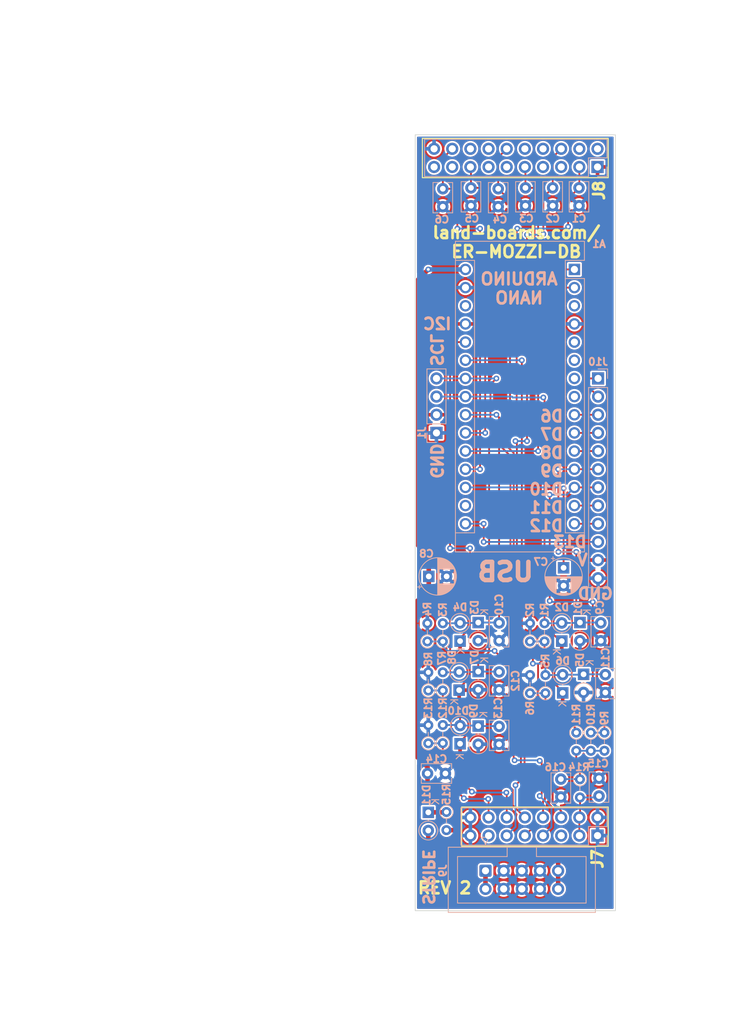
<source format=kicad_pcb>
(kicad_pcb (version 20211014) (generator pcbnew)
  (title_block (title "ER-MOZZI-DB") (date "2022-10-29") (rev "2") (company "LAND BOARDS, LLC") (comment 1 "6 POTS, 6 JACKS"))
  (layers (0 "F.Cu" signal) (31 "B.Cu" signal) (34 "B.Paste" user) (35 "F.Paste" user) (36 "B.SilkS" user "B.Silkscreen") (37 "F.SilkS" user "F.Silkscreen") (38 "B.Mask" user) (39 "F.Mask" user) (44 "Edge.Cuts" user))
  (net 0 "")
  (net 1 "/POT2-2")
  (net 3 "/POT3-2")
  (net 5 "/POT1-2")
  (net 6 "/J1-T")
  (net 7 "/J2-T")
  (net 8 "/J3-T")
  (net 9 "/J4-T")
  (net 10 "GND")
  (net 11 "/ANA3")
  (net 12 "/ANA4")
  (net 13 "/ANA5")
  (net 14 "/J4-R_N")
  (net 15 "/J5-R_N")
  (net 16 "/J6-R_N")
  (net 18 "/J5-T")
  (net 19 "+12V")
  (net 20 "+5V")
  (net 23 "-12V")
  (net 26 "+12P")
  (net 27 "/ANA6")
  (net 28 "/ANA7")
  (net 29 "Net-(A1-Pad18)")
  (net 30 "/D13")
  (net 31 "/D12")
  (net 32 "/D11")
  (net 33 "/D10")
  (net 34 "/D9")
  (net 35 "/D8")
  (net 36 "/D7")
  (net 37 "/D6")
  (net 38 "/D0_RX")
  (net 39 "/D1_TX")
  (net 40 "Net-(C16-Pad1)")
  (net 41 "Net-(D11-Pad1)")
  (net 42 "/POT6-1")
  (net 43 "/POT6-3")
  (net 44 "/POT4-1")
  (net 45 "/POT4-3")
  (net 46 "/POT2-1")
  (net 47 "/POT2-3")
  (net 48 "/POT5-1")
  (net 49 "/POT5-3")
  (net 50 "/POT3-1")
  (net 51 "/POT3-3")
  (net 52 "/POT1-1")
  (net 53 "/POT1-3")
  (net 54 "/POT6-2")
  (net 55 "/POT4-2")
  (net 56 "/POT5-2")
  (footprint "Diode_THT:D_DO-35_SOD27_P2.54mm_Vertical_KathodeUp" (layer "B.Cu") (at 118.999 80.800686 90)
    (fp_text reference "D2")
    (fp_text value "BAT41")
  )
  (footprint "Diode_THT:D_DO-35_SOD27_P2.54mm_Vertical_KathodeUp" (layer "B.Cu") (at 119.126 88.039686 90)
    (fp_text reference "D6")
    (fp_text value "BAT41")
  )
  (footprint "Capacitor_THT:C_Rect_L4.0mm_W2.5mm_P2.50mm" (layer "B.Cu") (at 121.412 17.419 -90)
    (fp_text reference "C1")
    (fp_text value "0.1uF")
  )
  (footprint "Resistor_THT:R_Axial_DIN0204_L3.6mm_D1.6mm_P2.54mm_Vertical" (layer "B.Cu") (at 114.554 80.849 90)
    (fp_text reference "R2")
    (fp_text value "100K")
  )
  (footprint "Capacitor_THT:C_Rect_L4.0mm_W2.5mm_P2.50mm" (layer "B.Cu") (at 110.236 92.72999 -90)
    (fp_text reference "C13")
    (fp_text value "0.1uF")
  )
  (footprint "Capacitor_THT:C_Rect_L4.0mm_W2.5mm_P2.50mm" (layer "B.Cu") (at 100.223 99.314)
    (fp_text reference "C14")
    (fp_text value "0.1uF")
  )
  (footprint "Resistor_THT:R_Axial_DIN0204_L3.6mm_D1.6mm_P2.54mm_Vertical" (layer "B.Cu") (at 123.063 93.599 -90)
    (fp_text reference "R10")
    (fp_text value "1M")
  )
  (footprint "Resistor_THT:R_Axial_DIN0204_L3.6mm_D1.6mm_P2.54mm_Vertical" (layer "B.Cu") (at 102.362 80.849 90)
    (fp_text reference "R3")
    (fp_text value "10K")
  )
  (footprint "Resistor_THT:R_Axial_DIN0204_L3.6mm_D1.6mm_P2.54mm_Vertical" (layer "B.Cu") (at 102.362 87.707 90)
    (fp_text reference "R7")
    (fp_text value "10K")
  )
  (footprint "Capacitor_THT:C_Rect_L4.0mm_W2.5mm_P2.50mm" (layer "B.Cu") (at 110.109 17.546 -90)
    (fp_text reference "C4")
    (fp_text value "0.1uF")
  )
  (footprint "Resistor_THT:R_Axial_DIN0204_L3.6mm_D1.6mm_P2.54mm_Vertical" (layer "B.Cu") (at 102.87 104.698013 -90)
    (fp_text reference "R15")
    (fp_text value "10")
  )
  (footprint "Diode_THT:D_DO-35_SOD27_P2.54mm_Vertical_KathodeUp" (layer "B.Cu") (at 122.047 85.442315 -90)
    (fp_text reference "D5")
    (fp_text value "BAT41")
  )
  (footprint "Resistor_THT:R_Axial_DIN0204_L3.6mm_D1.6mm_P2.54mm_Vertical" (layer "B.Cu") (at 100.33 95.096 90)
    (fp_text reference "R13")
    (fp_text value "100K")
  )
  (footprint "Capacitor_THT:C_Rect_L4.0mm_W2.5mm_P2.50mm" (layer "B.Cu") (at 113.919 17.419 -90)
    (fp_text reference "C3")
    (fp_text value "0.1uF")
  )
  (footprint "Module:Arduino_Nano" (layer "B.Cu") (at 120.766992 28.829 180)
    (fp_text reference "A1")
    (fp_text value "Arduino_Nano_v3.x")
  )
  (footprint "Resistor_THT:R_Axial_DIN0204_L3.6mm_D1.6mm_P2.54mm_Vertical" (layer "B.Cu") (at 100.203 80.849 90)
    (fp_text reference "R4")
    (fp_text value "100K")
  )
  (footprint "Diode_THT:D_DO-35_SOD27_P2.54mm_Vertical_KathodeUp" (layer "B.Cu") (at 107.315 92.681315 -90)
    (fp_text reference "D9")
    (fp_text value "BAT41")
  )
  (footprint "Resistor_THT:R_Axial_DIN0204_L3.6mm_D1.6mm_P2.54mm_Vertical" (layer "B.Cu") (at 121.539 100.126 -90)
    (fp_text reference "R14")
    (fp_text value "3.9K")
  )
  (footprint "Capacitor_THT:C_Rect_L4.0mm_W2.5mm_P2.50mm" (layer "B.Cu") (at 124.206 102.46901 90)
    (fp_text reference "C15")
    (fp_text value "10nF")
  )
  (footprint "Capacitor_THT:C_Rect_L4.0mm_W2.5mm_P2.50mm" (layer "B.Cu") (at 110.236 78.252 -90)
    (fp_text reference "C10")
    (fp_text value "0.1uF")
  )
  (footprint "Diode_THT:D_DO-35_SOD27_P2.54mm_Vertical_KathodeUp" (layer "B.Cu") (at 107.315 85.061315 -90)
    (fp_text reference "D7")
    (fp_text value "BAT41")
  )
  (footprint "Resistor_THT:R_Axial_DIN0204_L3.6mm_D1.6mm_P2.54mm_Vertical" (layer "B.Cu") (at 114.554 88.088 90)
    (fp_text reference "R6")
    (fp_text value "100K")
  )
  (footprint "Connector_PinHeader_2.54mm:PinHeader_1x04_P2.54mm_Vertical" (layer "B.Cu") (at 101.473 51.689)
    (fp_text reference "J1")
    (fp_text value "Conn_01x04")
  )
  (footprint "Capacitor_THT:C_Rect_L4.0mm_W2.5mm_P2.50mm" (layer "B.Cu") (at 125.095 85.491 -90)
    (fp_text reference "C11")
    (fp_text value "0.1uF")
  )
  (footprint "Resistor_THT:R_Axial_DIN0204_L3.6mm_D1.6mm_P2.54mm_Vertical" (layer "B.Cu") (at 102.362 95.073 90)
    (fp_text reference "R12")
    (fp_text value "10K")
  )
  (footprint "Diode_THT:D_DO-35_SOD27_P2.54mm_Vertical_KathodeUp" (layer "B.Cu") (at 121.539 78.203315 -90)
    (fp_text reference "D1")
    (fp_text value "BAT41")
  )
  (footprint "Capacitor_THT:C_Rect_L4.0mm_W2.5mm_P2.50mm" (layer "B.Cu") (at 110.236 85.11 -90)
    (fp_text reference "C12")
    (fp_text value "0.1uF")
  )
  (footprint "Capacitor_THT:CP_Radial_D5.0mm_P2.50mm" (layer "B.Cu") (at 119.253 70.549888 -90)
    (fp_text reference "C7")
    (fp_text value "10uF")
  )
  (footprint "Resistor_THT:R_Axial_DIN0204_L3.6mm_D1.6mm_P2.54mm_Vertical" (layer "B.Cu") (at 100.33 87.707 90)
    (fp_text reference "R8")
    (fp_text value "100K")
  )
  (footprint "Connector_IDC:IDC-Header_2x05_P2.54mm_Vertical" (layer "B.Cu") (at 108.331 112.9125 -90)
    (fp_text reference "J9")
    (fp_text value "CONN, IDC, 2X5")
  )
  (footprint "Diode_THT:D_DO-35_SOD27_P2.54mm_Vertical_KathodeUp" (layer "B.Cu") (at 100.33 104.746315 -90)
    (fp_text reference "D11")
    (fp_text value "BAT41")
  )
  (footprint "Diode_THT:D_DO-35_SOD27_P2.54mm_Vertical_KathodeUp" (layer "B.Cu") (at 104.775 95.151686 90)
    (fp_text reference "D10")
    (fp_text value "BAT41")
  )
  (footprint "Capacitor_THT:C_Rect_L4.0mm_W2.5mm_P2.50mm" (layer "B.Cu") (at 118.872 100.096 -90)
    (fp_text reference "C16")
    (fp_text value "4.7nF")
  )
  (footprint "Capacitor_THT:C_Rect_L4.0mm_W2.5mm_P2.50mm" (layer "B.Cu") (at 117.729 17.419 -90)
    (fp_text reference "C2")
    (fp_text value "0.1uF")
  )
  (footprint "Connector_PinHeader_2.54mm:PinHeader_1x12_P2.54mm_Vertical" (layer "B.Cu") (at 124.079 44.069 180)
    (fp_text reference "J10")
    (fp_text value "Conn_01x12")
  )
  (footprint "Capacitor_THT:C_Rect_L4.0mm_W2.5mm_P2.50mm" (layer "B.Cu") (at 102.362 17.546 -90)
    (fp_text reference "C6")
    (fp_text value "0.1uF")
  )
  (footprint "Capacitor_THT:C_Rect_L4.0mm_W2.5mm_P2.50mm" (layer "B.Cu") (at 106.299 17.419 -90)
    (fp_text reference "C5")
    (fp_text value "0.1uF")
  )
  (footprint "Capacitor_THT:CP_Radial_D5.0mm_P2.50mm" (layer "B.Cu") (at 100.394888 71.755)
    (fp_text reference "C8")
    (fp_text value "47uF")
  )
  (footprint "Resistor_THT:R_Axial_DIN0204_L3.6mm_D1.6mm_P2.54mm_Vertical" (layer "B.Cu") (at 116.713 88.088 90)
    (fp_text reference "R5")
    (fp_text value "10K")
  )
  (footprint "Diode_THT:D_DO-35_SOD27_P2.54mm_Vertical_KathodeUp" (layer "B.Cu") (at 104.775 80.800686 90)
    (fp_text reference "D4")
    (fp_text value "BAT41")
  )
  (footprint "Diode_THT:D_DO-35_SOD27_P2.54mm_Vertical_KathodeUp" (layer "B.Cu") (at 104.648 87.658686 90)
    (fp_text reference "D8")
    (fp_text value "BAT41")
  )
  (footprint "Connector_PinHeader_2.54mm:PinHeader_2x10_P2.54mm_Vertical" (layer "B.Cu") (at 124.000006 14.499999 90)
    (fp_text reference "J8")
    (fp_text value "PROTO01_POTS")
  )
  (footprint "Connector_PinHeader_2.54mm:PinHeader_2x08_P2.54mm_Vertical" (layer "B.Cu") (at 124.000006 108.000013 90)
    (fp_text reference "J7")
    (fp_text value "PROTO02_JACKS")
  )
  (footprint "Diode_THT:D_DO-35_SOD27_P2.54mm_Vertical_KathodeUp" (layer "B.Cu") (at 107.315 78.203315 -90)
    (fp_text reference "D3")
    (fp_text value "BAT41")
  )
  (footprint "Resistor_THT:R_Axial_DIN0204_L3.6mm_D1.6mm_P2.54mm_Vertical" (layer "B.Cu") (at 116.586 80.849 90)
    (fp_text reference "R1")
    (fp_text value "10K")
  )
  (footprint "Resistor_THT:R_Axial_DIN0204_L3.6mm_D1.6mm_P2.54mm_Vertical" (layer "B.Cu") (at 124.968 93.599 -90)
    (fp_text reference "R9")
    (fp_text value "1M")
  )
  (footprint "Capacitor_THT:C_Rect_L4.0mm_W2.5mm_P2.50mm" (layer "B.Cu") (at 124.46 78.252 -90)
    (fp_text reference "C9")
    (fp_text value "0.1uF")
  )
  (footprint "Resistor_THT:R_Axial_DIN0204_L3.6mm_D1.6mm_P2.54mm_Vertical" (layer "B.Cu") (at 121.031 93.599 -90)
    (fp_text reference "R11")
    (fp_text value "3.9K")
  )
  (gr_rect (start 105 104) (end 125.5 109.5) (layer "F.SilkS") (width 0.15) (fill none))
  (gr_rect (start 99.5 10.5) (end 125.5 16) (layer "F.SilkS") (width 0.15) (fill none))
  (gr_rect (start 98.5 10) (end 126.5 118.5) (layer "Edge.Cuts") (width 0.1) (fill none))
  (gr_text "D6\nD7\nD8\nD9\nD10\nD11\nD12" (at 119.38 57.023) (layer "B.SilkS") (effects (font (size 1.5875 1.5875) (thickness 0.381)) (justify left mirror)))
  (gr_text "STRIPE" (at 100.33 113.792 270) (layer "B.SilkS") (effects (font (size 1.5 1.5) (thickness 0.375)) (justify mirror)))
  (gr_text "ARDUINO\nNANO" (at 113.03 31.496) (layer "B.SilkS") (effects (font (size 1.651 1.651) (thickness 0.381)) (justify mirror)))
  (gr_text "GND" (at 126.365 74.168) (layer "B.SilkS") (effects (font (size 1.5875 1.5875) (thickness 0.381)) (justify left mirror)))
  (gr_text "D13" (at 122.682 66.929) (layer "B.SilkS") (effects (font (size 1.5875 1.5875) (thickness 0.381)) (justify left mirror)))
  (gr_text "GND" (at 101.473 58.293 270) (layer "B.SilkS") (effects (font (size 1.5875 1.5875) (thickness 0.381)) (justify left mirror)))
  (gr_text "USB" (at 111.125 71.12) (layer "B.SilkS") (effects (font (size 2.54 2.54) (thickness 0.635)) (justify mirror)))
  (gr_text "SCL" (at 101.473 42.545 270) (layer "B.SilkS") (effects (font (size 1.5875 1.5875) (thickness 0.381)) (justify left mirror)))
  (gr_text "I2C" (at 103.759 36.449) (layer "B.SilkS") (effects (font (size 1.5875 1.5875) (thickness 0.381)) (justify left mirror)))
  (gr_text "V" (at 122.809 69.469) (layer "B.SilkS") (effects (font (size 1.5875 1.5875) (thickness 0.381)) (justify left mirror)))
  (gr_text "REV 2" (at 102.616 115.316) (layer "F.SilkS") (effects (font (size 1.651 1.651) (thickness 0.381))))
  (gr_text "land-boards.com/\nER-MOZZI-DB" (at 112.649 25.019) (layer "F.SilkS") (effects (font (size 1.651 1.651) (thickness 0.381))))
  (segment (start 115.697 17.907) (end 115.697 54.229) (width 0.254) (layer "F.Cu") (net 1))
  (segment (start 115.209 17.419) (end 115.697 17.907) (width 0.254) (layer "F.Cu") (net 1))
  (segment (start 113.919 17.419) (end 113.919 14.578993) (width 0.254) (layer "F.Cu") (net 1))
  (segment (start 113.919 17.419) (end 115.209 17.419) (width 0.254) (layer "F.Cu") (net 1))
  (via (at 115.697 54.229) (size 0.8) (drill 0.4) (layers "F.Cu" "B.Cu") (net 1))
  (segment (start 105.526992 54.229) (end 115.697 54.229) (width 0.254) (layer "B.Cu") (net 1))
  (segment (start 107.716 17.419) (end 108.295511 17.998511) (width 0.254) (layer "F.Cu") (net 3))
  (segment (start 106.299 17.419) (end 107.716 17.419) (width 0.254) (layer "F.Cu") (net 3))
  (segment (start 108.295511 17.998511) (end 108.295511 51.688989) (width 0.254) (layer "F.Cu") (net 3))
  (segment (start 108.295511 51.688989) (end 108.2955 51.689) (width 0.254) (layer "F.Cu") (net 3))
  (segment (start 106.299 17.419) (end 106.299 14.578993) (width 0.254) (layer "F.Cu") (net 3))
  (via (at 108.2955 51.689) (size 0.8) (drill 0.4) (layers "F.Cu" "B.Cu") (net 3))
  (segment (start 108.2955 51.689) (end 105.526992 51.689) (width 0.254) (layer "B.Cu") (net 3))
  (segment (start 102.362 17.546) (end 102.362 13.278005) (width 0.254) (layer "F.Cu") (net 5))
  (segment (start 103.906 17.546) (end 104.394 18.034) (width 0.254) (layer "F.Cu") (net 5))
  (segment (start 102.362 17.546) (end 103.906 17.546) (width 0.254) (layer "F.Cu") (net 5))
  (segment (start 104.394 18.034) (end 104.394 23.114) (width 0.254) (layer "F.Cu") (net 5))
  (segment (start 102.362 13.278005) (end 103.680006 11.959999) (width 0.254) (layer "F.Cu") (net 5))
  (segment (start 107.569 23.114) (end 107.569 56.769) (width 0.254) (layer "F.Cu") (net 5))
  (via (at 107.569 56.769) (size 0.8) (drill 0.4) (layers "F.Cu" "B.Cu") (net 5))
  (via (at 104.394 23.114) (size 0.8) (drill 0.4) (layers "F.Cu" "B.Cu") (net 5))
  (via (at 107.569 23.114) (size 0.8) (drill 0.4) (layers "F.Cu" "B.Cu") (net 5))
  (segment (start 104.394 23.114) (end 107.569 23.114) (width 0.254) (layer "B.Cu") (net 5))
  (segment (start 107.569 56.769) (end 105.526992 56.769) (width 0.254) (layer "B.Cu") (net 5))
  (segment (start 111.633 101.092) (end 112.141 101.6) (width 0.254) (layer "F.Cu") (net 6))
  (segment (start 112.141 101.6) (end 112.141 103.761007) (width 0.254) (layer "F.Cu") (net 6))
  (segment (start 109.601 82.169) (end 111.76 84.328) (width 0.254) (layer "F.Cu") (net 6))
  (segment (start 111.633 96.901) (end 111.633 101.092) (width 0.254) (layer "F.Cu") (net 6))
  (segment (start 111.76 84.328) (end 111.76 96.774) (width 0.254) (layer "F.Cu") (net 6))
  (segment (start 112.141 103.761007) (end 113.840006 105.460013) (width 0.254) (layer "F.Cu") (net 6))
  (segment (start 111.76 96.774) (end 111.633 96.901) (width 0.254) (layer "F.Cu") (net 6))
  (via (at 109.601 82.169) (size 0.8) (drill 0.4) (layers "F.Cu" "B.Cu") (net 6))
  (segment (start 102.362 81.534) (end 102.997 82.169) (width 0.254) (layer "B.Cu") (net 6))
  (segment (start 109.601 82.169) (end 102.997 82.169) (width 0.254) (layer "B.Cu") (net 6))
  (segment (start 100.203 80.849) (end 102.362 80.849) (width 0.254) (layer "B.Cu") (net 6))
  (segment (start 102.362 80.849) (end 102.362 81.534) (width 0.254) (layer "B.Cu") (net 6))
  (segment (start 116.380006 103.202994) (end 116.64048 102.94252) (width 0.254) (layer "F.Cu") (net 7))
  (segment (start 115.686489 93.080489) (end 115.686489 84.063489) (width 0.254) (layer "F.Cu") (net 7))
  (segment (start 116.64048 102.94252) (end 116.64048 94.03448) (width 0.254) (layer "F.Cu") (net 7))
  (segment (start 116.64048 94.03448) (end 115.686489 93.080489) (width 0.254) (layer "F.Cu") (net 7))
  (segment (start 116.586 80.849) (end 116.586 83.185) (width 0.254) (layer "F.Cu") (net 7))
  (segment (start 116.380006 105.460013) (end 116.380006 103.202994) (width 0.254) (layer "F.Cu") (net 7))
  (segment (start 116.586 83.185) (end 115.707511 84.063489) (width 0.254) (layer "F.Cu") (net 7))
  (segment (start 115.707511 84.063489) (end 115.686489 84.063489) (width 0.254) (layer "F.Cu") (net 7))
  (segment (start 114.554 80.849) (end 116.586 80.849) (width 0.254) (layer "B.Cu") (net 7))
  (segment (start 111.300006 102.029006) (end 111.252 101.981) (width 0.254) (layer "F.Cu") (net 8))
  (segment (start 111.300006 105.460013) (end 111.300006 102.029006) (width 0.254) (layer "F.Cu") (net 8))
  (segment (start 104.968687 100.396687) (end 104.968687 98.231313) (width 0.254) (layer "F.Cu") (net 8))
  (segment (start 106.426 101.854) (end 104.968687 100.396687) (width 0.254) (layer "F.Cu") (net 8))
  (segment (start 103.505 96.767626) (end 103.505 90.297) (width 0.254) (layer "F.Cu") (net 8))
  (segment (start 102.362 89.154) (end 102.362 87.707) (width 0.254) (layer "F.Cu") (net 8))
  (segment (start 103.505 90.297) (end 102.362 89.154) (width 0.254) (layer "F.Cu") (net 8))
  (segment (start 104.968687 98.231313) (end 103.505 96.767626) (width 0.254) (layer "F.Cu") (net 8))
  (via (at 111.252 101.981) (size 0.8) (drill 0.4) (layers "F.Cu" "B.Cu") (net 8))
  (via (at 106.426 101.854) (size 0.8) (drill 0.4) (layers "F.Cu" "B.Cu") (net 8))
  (segment (start 106.553 101.981) (end 106.426 101.854) (width 0.254) (layer "B.Cu") (net 8))
  (segment (start 111.252 101.981) (end 106.553 101.981) (width 0.254) (layer "B.Cu") (net 8))
  (segment (start 100.33 87.707) (end 102.362 87.707) (width 0.254) (layer "B.Cu") (net 8))
  (segment (start 118.920006 105.460013) (end 118.920006 104.569006) (width 0.254) (layer "F.Cu") (net 9))
  (segment (start 118.920006 104.569006) (end 117.729 103.378) (width 0.254) (layer "F.Cu") (net 9))
  (segment (start 117.729 92.456) (end 117.729 103.378) (width 0.254) (layer "F.Cu") (net 9))
  (segment (start 116.713 88.088) (end 116.713 91.44) (width 0.254) (layer "F.Cu") (net 9))
  (segment (start 116.713 91.44) (end 117.729 92.456) (width 0.254) (layer "F.Cu") (net 9))
  (segment (start 114.554 88.088) (end 116.713 88.088) (width 0.254) (layer "B.Cu") (net 9))
  (segment (start 110.236 49.53) (end 109.855 49.149) (width 0.254) (layer "F.Cu") (net 11))
  (segment (start 110.236 78.252) (end 110.236 49.53) (width 0.254) (layer "F.Cu") (net 11))
  (via (at 109.855 49.149) (size 0.8) (drill 0.4) (layers "F.Cu" "B.Cu") (net 11))
  (segment (start 104.775 78.260686) (end 107.257629 78.260686) (width 0.254) (layer "B.Cu") (net 11))
  (segment (start 105.526992 49.149) (end 109.855 49.149) (width 0.254) (layer "B.Cu") (net 11))
  (segment (start 107.315 78.203315) (end 110.187315 78.203315) (width 0.254) (layer "B.Cu") (net 11))
  (segment (start 102.362 78.309) (end 104.726686 78.309) (width 0.254) (layer "B.Cu") (net 11))
  (segment (start 116.5505 46.609) (end 116.4235 46.736) (width 0.254) (layer "F.Cu") (net 12))
  (segment (start 116.586 78.309) (end 116.586 46.609) (width 0.254) (layer "F.Cu") (net 12))
  (segment (start 116.586 46.609) (end 116.5505 46.609) (width 0.254) (layer "F.Cu") (net 12))
  (via (at 116.4235 46.736) (size 0.8) (drill 0.4) (layers "F.Cu" "B.Cu") (net 12))
  (segment (start 118.999 78.260686) (end 121.481629 78.260686) (width 0.254) (layer "B.Cu") (net 12))
  (segment (start 121.539 78.203315) (end 124.411315 78.203315) (width 0.254) (layer "B.Cu") (net 12))
  (segment (start 101.473 46.609) (end 105.526992 46.609) (width 0.254) (layer "B.Cu") (net 12))
  (segment (start 112.141 46.736) (end 116.4235 46.736) (width 0.254) (layer "B.Cu") (net 12))
  (segment (start 116.586 78.309) (end 118.950686 78.309) (width 0.254) (layer "B.Cu") (net 12))
  (segment (start 112.014 46.609) (end 105.526992 46.609) (width 0.254) (layer "B.Cu") (net 12))
  (segment (start 112.014 46.609) (end 112.141 46.736) (width 0.254) (layer "B.Cu") (net 12))
  (segment (start 109.022011 53.537989) (end 109.022011 44.901989) (width 0.254) (layer "F.Cu") (net 13))
  (segment (start 108.839 53.721) (end 109.022011 53.537989) (width 0.254) (layer "F.Cu") (net 13))
  (segment (start 108.839 82.296) (end 108.839 53.721) (width 0.254) (layer "F.Cu") (net 13))
  (segment (start 109.022011 44.901989) (end 109.855 44.069) (width 0.254) (layer "F.Cu") (net 13))
  (segment (start 107.315 85.061315) (end 107.315 83.82) (width 0.254) (layer "F.Cu") (net 13))
  (segment (start 107.315 83.82) (end 108.839 82.296) (width 0.254) (layer "F.Cu") (net 13))
  (via (at 109.855 44.069) (size 0.8) (drill 0.4) (layers "F.Cu" "B.Cu") (net 13))
  (segment (start 104.648 85.118686) (end 107.257629 85.118686) (width 0.254) (layer "B.Cu") (net 13))
  (segment (start 107.315 85.061315) (end 110.187315 85.061315) (width 0.254) (layer "B.Cu") (net 13))
  (segment (start 101.473 44.069) (end 105.526992 44.069) (width 0.254) (layer "B.Cu") (net 13))
  (segment (start 102.362 85.167) (end 104.599686 85.167) (width 0.254) (layer "B.Cu") (net 13))
  (segment (start 105.526992 44.069) (end 109.855 44.069) (width 0.254) (layer "B.Cu") (net 13))
  (segment (start 121.559 102.489) (end 121.559 105.361) (width 0.254) (layer "F.Cu") (net 16))
  (segment (start 121.46 105.46) (end 121.46 108) (width 0.254) (layer "F.Cu") (net 16))
  (segment (start 121.539 102.666) (end 124.00901 102.666) (width 0.254) (layer "B.Cu") (net 16))
  (segment (start 102.362 96.266) (end 102.362 95.073) (width 0.254) (layer "F.Cu") (net 18))
  (segment (start 108.760006 105.460013) (end 108.760006 102.918006) (width 0.254) (layer "F.Cu") (net 18))
  (segment (start 104.14 98.044) (end 102.362 96.266) (width 0.254) (layer "F.Cu") (net 18))
  (segment (start 104.14 101.611885) (end 104.14 98.044) (width 0.254) (layer "F.Cu") (net 18))
  (segment (start 105.307322 102.779207) (end 104.14 101.611885) (width 0.254) (layer "F.Cu") (net 18))
  (segment (start 108.760006 102.918006) (end 108.712 102.87) (width 0.254) (layer "F.Cu") (net 18))
  (via (at 105.307322 102.779207) (size 0.8) (drill 0.4) (layers "F.Cu" "B.Cu") (net 18))
  (via (at 108.712 102.87) (size 0.8) (drill 0.4) (layers "F.Cu" "B.Cu") (net 18))
  (segment (start 108.712 102.87) (end 105.398115 102.87) (width 0.254) (layer "B.Cu") (net 18))
  (segment (start 100.33 95.096) (end 102.339 95.096) (width 0.254) (layer "B.Cu") (net 18))
  (segment (start 105.398115 102.87) (end 105.307322 102.779207) (width 0.254) (layer "B.Cu") (net 18))
  (segment (start 117.602 110.744) (end 101.219 110.744) (width 0.635) (layer "F.Cu") (net 19))
  (segment (start 118.491 111.633) (end 117.602 110.744) (width 0.635) (layer "F.Cu") (net 19))
  (segment (start 118.491 112.9125) (end 118.491 111.633) (width 0.635) (layer "F.Cu") (net 19))
  (segment (start 101.219 110.744) (end 100.33 109.855) (width 0.635) (layer "F.Cu") (net 19))
  (segment (start 100.33 109.855) (end 100.33 107.286315) (width 0.635) (layer "F.Cu") (net 19))
  (segment (start 118.491 112.9125) (end 118.491 115.4525) (width 0.635) (layer "F.Cu") (net 19))
  (segment (start 104.648 87.658686) (end 104.648 87.376) (width 0.25) (layer "F.Cu") (net 20))
  (segment (start 118.773686 80.800686) (end 117.602 79.629) (width 0.25) (layer "F.Cu") (net 20))
  (segment (start 104.775 94.869) (end 105.918 93.726) (width 0.25) (layer "F.Cu") (net 20))
  (segment (start 119.126 88.039686) (end 119.126 87.884) (width 0.25) (layer "F.Cu") (net 20))
  (segment (start 104.648 87.376) (end 105.918 86.106) (width 0.25) (layer "F.Cu") (net 20))
  (segment (start 104.775 80.391) (end 105.918 79.248) (width 0.25) (layer "F.Cu") (net 20))
  (segment (start 104.775 95.151686) (end 104.775 94.869) (width 0.25) (layer "F.Cu") (net 20))
  (segment (start 119.126 87.884) (end 117.856 86.614) (width 0.25) (layer "F.Cu") (net 20))
  (segment (start 118.999 80.800686) (end 118.773686 80.800686) (width 0.25) (layer "F.Cu") (net 20))
  (segment (start 108.331 112.9125) (end 108.331 115.4525) (width 0.635) (layer "F.Cu") (net 23))
  (segment (start 103.632 102.362) (end 101.092 102.362) (width 0.635) (layer "F.Cu") (net 26))
  (segment (start 99.95748 98.17948) (end 98.81752 97.03952) (width 0.635) (layer "F.Cu") (net 26))
  (segment (start 98.81752 97.03952) (end 98.81752 75.17248) (width 0.635) (layer "F.Cu") (net 26))
  (segment (start 104.521 106.807) (end 104.521 103.251) (width 0.635) (layer "F.Cu") (net 26))
  (segment (start 104.521 103.251) (end 103.632 102.362) (width 0.635) (layer "F.Cu") (net 26))
  (segment (start 101.092 102.362) (end 100.223 101.493) (width 0.635) (layer "F.Cu") (net 26))
  (segment (start 98.81752 75.17248) (end 100.394888 73.595112) (width 0.635) (layer "F.Cu") (net 26))
  (segment (start 100.394888 71.755) (end 100.394888 73.595112) (width 0.635) (layer "F.Cu") (net 26))
  (segment (start 104.09 107.238) (end 104.521 106.807) (width 0.635) (layer "F.Cu") (net 26))
  (segment (start 98.933 30.226) (end 98.933 67.437) (width 0.635) (layer "F.Cu") (net 26))
  (segment (start 98.933 67.437) (end 100.394888 68.898888) (width 0.635) (layer "F.Cu") (net 26))
  (segment (start 100.394888 68.898888) (end 100.394888 71.755) (width 0.635) (layer "F.Cu") (net 26))
  (segment (start 100.223 99.314) (end 100.223 98.17948) (width 0.635) (layer "F.Cu") (net 26))
  (segment (start 100.223 98.17948) (end 99.95748 98.17948) (width 0.635) (layer "F.Cu") (net 26))
  (segment (start 100.33 28.829) (end 98.933 30.226) (width 0.635) (layer "F.Cu") (net 26))
  (segment (start 100.223 101.493) (end 100.223 99.314) (width 0.635) (layer "F.Cu") (net 26))
  (segment (start 102.87 107.238) (end 104.09 107.238) (width 0.635) (layer "F.Cu") (net 26))
  (via (at 100.33 28.829) (size 0.8) (drill 0.4) (layers "F.Cu" "B.Cu") (net 26))
  (segment (start 100.33 28.829) (end 105.527 28.829) (width 0.635) (layer "B.Cu") (net 26))
  (segment (start 114.959989 83.947) (end 114.959989 82.447989) (width 0.254) (layer "F.Cu") (net 27))
  (segment (start 114.959989 82.447989) (end 114.681 82.169) (width 0.254) (layer "F.Cu") (net 27))
  (segment (start 114.681 82.169) (end 113.792 82.169) (width 0.254) (layer "F.Cu") (net 27))
  (segment (start 113.411 81.788) (end 113.792 82.169) (width 0.254) (layer "F.Cu") (net 27))
  (segment (start 113.411 41.529) (end 113.411 81.788) (width 0.254) (layer "F.Cu") (net 27))
  (via (at 113.411 41.529) (size 0.8) (drill 0.4) (layers "F.Cu" "B.Cu") (net 27))
  (via (at 114.959989 83.947) (size 0.8) (drill 0.4) (layers "F.Cu" "B.Cu") (net 27))
  (segment (start 122.047 85.442315) (end 125.046315 85.442315) (width 0.254) (layer "B.Cu") (net 27))
  (segment (start 113.411 41.529) (end 105.526992 41.529) (width 0.254) (layer "B.Cu") (net 27))
  (segment (start 116.713 85.548) (end 116.713 84.201) (width 0.254) (layer "B.Cu") (net 27))
  (segment (start 116.459 83.947) (end 114.959989 83.947) (width 0.254) (layer "B.Cu") (net 27))
  (segment (start 119.126 85.499686) (end 121.989629 85.499686) (width 0.254) (layer "B.Cu") (net 27))
  (segment (start 116.713 85.548) (end 119.077686 85.548) (width 0.254) (layer "B.Cu") (net 27))
  (segment (start 116.713 84.201) (end 116.459 83.947) (width 0.254) (layer "B.Cu") (net 27))
  (segment (start 103.886 38.989) (end 103.378 39.497) (width 0.254) (layer "F.Cu") (net 28))
  (segment (start 103.378 46.99) (end 103.886 47.498) (width 0.254) (layer "F.Cu") (net 28))
  (segment (start 103.388511 76.951489) (end 106.172 74.168) (width 0.254) (layer "F.Cu") (net 28))
  (segment (start 103.378 39.497) (end 103.378 46.99) (width 0.254) (layer "F.Cu") (net 28))
  (segment (start 104.775 90.043) (end 103.388511 88.656511) (width 0.254) (layer "F.Cu") (net 28))
  (segment (start 104.775 92.611686) (end 104.775 90.043) (width 0.254) (layer "F.Cu") (net 28))
  (segment (start 103.886 51.562) (end 103.378 52.07) (width 0.254) (layer "F.Cu") (net 28))
  (segment (start 106.172 74.168) (end 106.172 67.818) (width 0.254) (layer "F.Cu") (net 28))
  (segment (start 103.388511 88.656511) (end 103.388511 76.951489) (width 0.254) (layer "F.Cu") (net 28))
  (segment (start 103.378 52.07) (end 103.378 67.818) (width 0.254) (layer "F.Cu") (net 28))
  (segment (start 105.526992 38.989) (end 103.886 38.989) (width 0.254) (layer "F.Cu") (net 28))
  (segment (start 103.886 47.498) (end 103.886 51.562) (width 0.254) (layer "F.Cu") (net 28))
  (via (at 103.378 67.818) (size 0.8) (drill 0.4) (layers "F.Cu" "B.Cu") (net 28))
  (via (at 106.172 67.818) (size 0.8) (drill 0.4) (layers "F.Cu" "B.Cu") (net 28))
  (segment (start 104.775 92.611686) (end 107.245371 92.611686) (width 0.254) (layer "B.Cu") (net 28))
  (segment (start 106.172 67.818) (end 103.378 67.818) (width 0.254) (layer "B.Cu") (net 28))
  (segment (start 107.315 92.681315) (end 110.187315 92.681315) (width 0.254) (layer "B.Cu") (net 28))
  (segment (start 102.362 92.533) (end 104.696314 92.533) (width 0.254) (layer "B.Cu") (net 28))
  (segment (start 119.253 70.549888) (end 119.253 59.436) (width 0.254) (layer "F.Cu") (net 29))
  (via (at 119.253 59.436) (size 0.8) (drill 0.4) (layers "F.Cu" "B.Cu") (net 29))
  (segment (start 119.253 59.436) (end 119.126 59.309) (width 0.254) (layer "B.Cu") (net 29))
  (segment (start 119.126 59.309) (end 105.526992 59.309) (width 0.254) (layer "B.Cu") (net 29))
  (segment (start 108.077 66.929) (end 108.077 64.389) (width 0.25) (layer "F.Cu") (net 30))
  (via (at 108.077 64.389) (size 0.8) (drill 0.4) (layers "F.Cu" "B.Cu") (net 30))
  (via (at 108.077 66.929) (size 0.8) (drill 0.4) (layers "F.Cu" "B.Cu") (net 30))
  (segment (start 105.527 64.389) (end 108.077 64.389) (width 0.25) (layer "B.Cu") (net 30))
  (segment (start 124.079 66.929) (end 108.077 66.929) (width 0.25) (layer "B.Cu") (net 30))
  (segment (start 120.767 64.389) (end 124.079 64.389) (width 0.25) (layer "F.Cu") (net 31))
  (segment (start 120.767 61.849) (end 124.079 61.849) (width 0.25) (layer "F.Cu") (net 32))
  (segment (start 120.766992 59.309) (end 124.079 59.309) (width 0.254) (layer "F.Cu") (net 33))
  (segment (start 123.698 90.551) (end 123.698 87.63) (width 0.254) (layer "F.Cu") (net 33))
  (segment (start 123.333489 87.265489) (end 123.333489 75.327489) (width 0.254) (layer "F.Cu") (net 33))
  (segment (start 124.968 91.821) (end 123.698 90.551) (width 0.254) (layer "F.Cu") (net 33))
  (segment (start 123.698 87.63) (end 123.333489 87.265489) (width 0.254) (layer "F.Cu") (net 33))
  (segment (start 117.3125 75.184) (end 117.3125 60.325) (width 0.254) (layer "F.Cu") (net 33))
  (segment (start 124.968 93.599) (end 124.968 91.821) (width 0.254) (layer "F.Cu") (net 33))
  (via (at 123.333489 75.327489) (size 0.8) (drill 0.4) (layers "F.Cu" "B.Cu") (net 33))
  (via (at 117.3125 75.184) (size 0.8) (drill 0.4) (layers "F.Cu" "B.Cu") (net 33))
  (via (at 117.3125 60.325) (size 0.8) (drill 0.4) (layers "F.Cu" "B.Cu") (net 33))
  (segment (start 119.750992 60.325) (end 120.766992 59.309) (width 0.254) (layer "B.Cu") (net 33))
  (segment (start 123.063 93.599) (end 124.968 93.599) (width 0.254) (layer "B.Cu") (net 33))
  (segment (start 117.455989 75.327489) (end 117.3125 75.184) (width 0.254) (layer "B.Cu") (net 33))
  (segment (start 123.333489 75.327489) (end 117.455989 75.327489) (width 0.254) (layer "B.Cu") (net 33))
  (segment (start 117.3125 60.325) (end 119.750992 60.325) (width 0.254) (layer "B.Cu") (net 33))
  (segment (start 118.5265 68.326) (end 118.5265 56.8045) (width 0.254) (layer "F.Cu") (net 34))
  (segment (start 120.766992 56.769) (end 124.079 56.769) (width 0.254) (layer "F.Cu") (net 34))
  (segment (start 120.412489 76.056511) (end 120.412489 92.472489) (width 0.254) (layer "F.Cu") (net 34))
  (segment (start 120.412489 92.472489) (end 121.539 93.599) (width 0.254) (layer "F.Cu") (net 34))
  (segment (start 121.031 75.438) (end 120.412489 76.056511) (width 0.254) (layer "F.Cu") (net 34))
  (segment (start 118.5265 56.8045) (end 118.491 56.769) (width 0.254) (layer "F.Cu") (net 34))
  (segment (start 121.031 68.326) (end 121.031 75.438) (width 0.254) (layer "F.Cu") (net 34))
  (via (at 118.491 56.769) (size 0.8) (drill 0.4) (layers "F.Cu" "B.Cu") (net 34))
  (via (at 121.031 68.326) (size 0.8) (drill 0.4) (layers "F.Cu" "B.Cu") (net 34))
  (via (at 118.5265 68.326) (size 0.8) (drill 0.4) (layers "F.Cu" "B.Cu") (net 34))
  (segment (start 121.031 68.326) (end 118.5265 68.326) (width 0.254) (layer "B.Cu") (net 34))
  (segment (start 118.491 56.769) (end 120.766992 56.769) (width 0.254) (layer "B.Cu") (net 34))
  (segment (start 120.767 54.229) (end 124.079 54.229) (width 0.25) (layer "F.Cu") (net 35))
  (segment (start 120.767 51.689) (end 124.079 51.689) (width 0.25) (layer "F.Cu") (net 36))
  (segment (start 120.767 49.149) (end 124.079 49.149) (width 0.25) (layer "F.Cu") (net 37))
  (segment (start 122.047 42.799) (end 122.428 43.18) (width 0.25) (layer "F.Cu") (net 38))
  (segment (start 118.745 42.799) (end 122.047 42.799) (width 0.25) (layer "F.Cu") (net 38))
  (segment (start 122.555 44.069) (end 124.079 44.069) (width 0.25) (layer "F.Cu") (net 38))
  (segment (start 118.999 31.369) (end 118.364 32.004) (width 0.25) (layer "F.Cu") (net 38))
  (segment (start 118.364 42.418) (end 118.745 42.799) (width 0.25) (layer "F.Cu") (net 38))
  (segment (start 120.767 31.369) (end 118.999 31.369) (width 0.25) (layer "F.Cu") (net 38))
  (segment (start 122.428 43.18) (end 122.428 43.942) (width 0.25) (layer "F.Cu") (net 38))
  (segment (start 122.428 43.942) (end 122.555 44.069) (width 0.25) (layer "F.Cu") (net 38))
  (segment (start 118.364 32.004) (end 118.364 42.418) (width 0.25) (layer "F.Cu") (net 38))
  (segment (start 117.729 29.718) (end 118.618 28.829) (width 0.25) (layer "F.Cu") (net 39))
  (segment (start 117.729 45.085) (end 117.729 29.718) (width 0.25) (layer "F.Cu") (net 39))
  (segment (start 118.618 28.829) (end 120.767 28.829) (width 0.25) (layer "F.Cu") (net 39))
  (segment (start 124.079 46.609) (end 122.809 45.339) (width 0.25) (layer "F.Cu") (net 39))
  (segment (start 117.983 45.339) (end 117.729 45.085) (width 0.25) (layer "F.Cu") (net 39))
  (segment (start 122.809 45.339) (end 117.983 45.339) (width 0.25) (layer "F.Cu") (net 39))
  (segment (start 121.031 96.139) (end 121.031 97.536) (width 0.254) (layer "F.Cu") (net 40))
  (segment (start 121.031 97.536) (end 121.539 98.044) (width 0.254) (layer "F.Cu") (net 40))
  (segment (start 121.539 100.126) (end 121.539 98.044) (width 0.254) (layer "F.Cu") (net 40))
  (segment (start 123.063 96.139) (end 124.968 96.139) (width 0.254) (layer "B.Cu") (net 40))
  (segment (start 118.872 100.096) (end 121.509 100.096) (width 0.254) (layer "B.Cu") (net 40))
  (segment (start 121.031 96.139) (end 123.063 96.139) (width 0.254) (layer "B.Cu") (net 40))
  (segment (start 100.33 104.746315) (end 102.821685 104.746315) (width 0.635) (layer "F.Cu") (net 41))
  (segment (start 112.686489 49.873511) (end 112.686489 23.203511) (width 0.25) (layer "F.Cu") (net 54))
  (segment (start 112.686489 23.203511) (end 112.776 23.114) (width 0.25) (layer "F.Cu") (net 54))
  (segment (start 113.284 96.52) (end 112.776 96.012) (width 0.25) (layer "F.Cu") (net 54))
  (segment (start 113.284 100.2019) (end 113.284 96.52) (width 0.25) (layer "F.Cu") (net 54))
  (segment (start 111.13704 53.35204) (end 111.13704 51.42296) (width 0.25) (layer "F.Cu") (net 54))
  (segment (start 111.13704 51.42296) (end 112.686489 49.873511) (width 0.25) (layer "F.Cu") (net 54))
  (segment (start 121.460006 14.499999) (end 121.460006 17.370994) (width 0.25) (layer "F.Cu") (net 54))
  (segment (start 112.527164 100.958736) (end 113.284 100.2019) (width 0.25) (layer "F.Cu") (net 54))
  (segment (start 119.888 18.943) (end 121.412 17.419) (width 0.25) (layer "F.Cu") (net 54))
  (segment (start 112.270132 54.485132) (end 111.13704 53.35204) (width 0.25) (layer "F.Cu") (net 54))
  (segment (start 112.270132 83.563868) (end 112.270132 54.485132) (width 0.25) (layer "F.Cu") (net 54))
  (segment (start 119.888 22.86) (end 119.888 18.943) (width 0.25) (layer "F.Cu") (net 54))
  (segment (start 112.776 84.069736) (end 112.270132 83.563868) (width 0.25) (layer "F.Cu") (net 54))
  (segment (start 112.776 96.012) (end 112.776 84.069736) (width 0.25) (layer "F.Cu") (net 54))
  (via (at 112.527164 100.958736) (size 0.8) (drill 0.4) (layers "F.Cu" "B.Cu") (net 54))
  (via (at 119.888 22.86) (size 0.8) (drill 0.4) (layers "F.Cu" "B.Cu") (net 54))
  (via (at 112.776 23.114) (size 0.8) (drill 0.4) (layers "F.Cu" "B.Cu") (net 54))
  (segment (start 119.634 23.114) (end 119.888 22.86) (width 0.25) (layer "B.Cu") (net 54))
  (segment (start 112.522 106.778019) (end 112.522 100.9639) (width 0.25) (layer "B.Cu") (net 54))
  (segment (start 111.300006 108.000013) (end 112.522 106.778019) (width 0.25) (layer "B.Cu") (net 54))
  (segment (start 112.776 23.114) (end 119.634 23.114) (width 0.25) (layer "B.Cu") (net 54))
  (segment (start 118.920006 11.959999) (end 117.729 13.151005) (width 0.25) (layer "F.Cu") (net 55))
  (segment (start 113.284 83.942018) (end 113.284 95.758) (width 0.25) (layer "F.Cu") (net 55))
  (segment (start 112.719652 53.029652) (end 112.719652 83.37767) (width 0.25) (layer "F.Cu") (net 55))
  (segment (start 116.4235 23.876) (end 116.4235 18.7245) (width 0.25) (layer "F.Cu") (net 55))
  (segment (start 115.062 104.394) (end 115.062 106.778019) (width 0.25) (layer "F.Cu") (net 55))
  (segment (start 116.4235 18.7245) (end 117.729 17.419) (width 0.25) (layer "F.Cu") (net 55))
  (segment (start 112.522 52.832) (end 112.719652 53.029652) (width 0.25) (layer "F.Cu") (net 55))
  (segment (start 112.719652 83.37767) (end 113.284 83.942018) (width 0.25) (layer "F.Cu") (net 55))
  (segment (start 113.792 103.124) (end 115.062 104.394) (width 0.25) (layer "F.Cu") (net 55))
  (segment (start 115.062 106.778019) (end 113.840006 108.000013) (width 0.25) (layer "F.Cu") (net 55))
  (segment (start 113.284 95.758) (end 113.792 96.266) (width 0.25) (layer "F.Cu") (net 55))
  (segment (start 117.729 13.151005) (end 117.729 17.419) (width 0.25) (layer "F.Cu") (net 55))
  (segment (start 114.1375 52.832) (end 114.1375 23.9675) (width 0.25) (layer "F.Cu") (net 55))
  (segment (start 113.792 96.266) (end 113.792 103.124) (width 0.25) (layer "F.Cu") (net 55))
  (via (at 114.1375 52.832) (size 0.8) (drill 0.4) (layers "F.Cu" "B.Cu") (net 55))
  (via (at 112.522 52.832) (size 0.8) (drill 0.4) (layers "F.Cu" "B.Cu") (net 55))
  (via (at 114.1375 23.9675) (size 0.8) (drill 0.4) (layers "F.Cu" "B.Cu") (net 55))
  (via (at 116.4235 23.876) (size 0.8) (drill 0.4) (layers "F.Cu" "B.Cu") (net 55))
  (segment (start 114.1375 23.9675) (end 116.332 23.9675) (width 0.25) (layer "B.Cu") (net 55))
  (segment (start 112.522 52.832) (end 114.1375 52.832) (width 0.25) (layer "B.Cu") (net 55))
  (segment (start 116.332 23.9675) (end 116.4235 23.876) (width 0.25) (layer "B.Cu") (net 55))
  (segment (start 110.109 13.151005) (end 110.109 17.546) (width 0.25) (layer "F.Cu") (net 56))
  (segment (start 110.68752 53.79152) (end 111.820612 54.924612) (width 0.25) (layer "F.Cu") (net 56))
  (segment (start 116.078 97.536) (end 116.18896 97.64696) (width 0.25) (layer "F.Cu") (net 56))
  (segment (start 111.820612 54.924612) (end 111.820612 83.750066) (width 0.25) (layer "F.Cu") (net 56))
  (segment (start 112.268 84.197454) (end 112.268 97.601992) (width 0.25) (layer "F.Cu") (net 56))
  (segment (start 111.820612 83.750066) (end 112.268 84.197454) (width 0.25) (layer "F.Cu") (net 56))
  (segment (start 112.268 97.601992) (end 112.399983 97.470009) (width 0.25) (layer "F.Cu") (net 56))
  (segment (start 111.300006 11.959999) (end 110.109 13.151005) (width 0.25) (layer "F.Cu") (net 56))
  (segment (start 115.91398 97.536) (end 116.078 97.536) (width 0.25) (layer "F.Cu") (net 56))
  (segment (start 111.76 19.197) (end 111.76 49.53) (width 0.25) (layer "F.Cu") (net 56))
  (segment (start 116.18896 102.181305) (end 115.91398 102.456285) (width 0.25) (layer "F.Cu") (net 56))
  (segment (start 116.18896 97.64696) (end 116.18896 102.181305) (width 0.25) (layer "F.Cu") (net 56))
  (segment (start 111.76 49.53) (end 110.68752 50.60248) (width 0.25) (layer "F.Cu") (net 56))
  (segment (start 110.109 17.546) (end 111.76 19.197) (width 0.25) (layer "F.Cu") (net 56))
  (segment (start 110.68752 50.60248) (end 110.68752 53.79152) (width 0.25) (layer "F.Cu") (net 56))
  (via (at 115.91398 102.456285) (size 0.8) (drill 0.4) (layers "F.Cu" "B.Cu") (net 56))
  (via (at 115.91398 97.536) (size 0.8) (drill 0.4) (layers "F.Cu" "B.Cu") (net 56))
  (via (at 112.399983 97.470009) (size 0.8) (drill 0.4) (layers "F.Cu" "B.Cu") (net 56))
  (segment (start 112.399983 97.470009) (end 115.847989 97.470009) (width 0.25) (layer "B.Cu") (net 56))
  (segment (start 115.847989 97.470009) (end 115.91398 97.536) (width 0.25) (layer "B.Cu") (net 56))
  (segment (start 117.554517 104.096822) (end 117.554517 106.825502) (width 0.25) (layer "B.Cu") (net 56))
  (segment (start 115.91398 102.456285) (end 117.554517 104.096822) (width 0.25) (layer "B.Cu") (net 56))
  (segment (start 117.554517 106.825502) (end 116.380006 108.000013) (width 0.25) (layer "B.Cu") (net 56))
  (zone (net 20) (net_name "+5V") (layer "F.Cu") (connect_pads (clearance 0.254)) (min_thickness 0.254) (fill yes (thermal_gap 0.508) (thermal_bridge_width 0.508))
    (polygon (pts (xy 126.5 118.5) (xy 98.000195 118.458527) (xy 98.500195 9.958527) (xy 126.5 10)))
  )
  (zone (net 10) (net_name "GND") (layer "B.Cu") (connect_pads (clearance 0.254)) (min_thickness 0.254) (fill yes (thermal_gap 0.508) (thermal_bridge_width 0.508))
    (polygon (pts (xy 126.43 118.400004) (xy 98.4 118.400004) (xy 98.5 10.1) (xy 126.43 10.100004)))
  )
)
</source>
